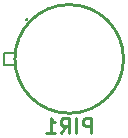
<source format=gbr>
G04 #@! TF.FileFunction,Legend,Bot*
%FSLAX46Y46*%
G04 Gerber Fmt 4.6, Leading zero omitted, Abs format (unit mm)*
G04 Created by KiCad (PCBNEW 4.0.7) date 06/03/18 17:49:00*
%MOMM*%
%LPD*%
G01*
G04 APERTURE LIST*
%ADD10C,0.100000*%
%ADD11C,0.200000*%
%ADD12C,0.254000*%
G04 APERTURE END LIST*
D10*
D11*
X153959000Y-100500000D02*
X153123000Y-100500000D01*
X153123000Y-100500000D02*
X153123000Y-99500000D01*
X153123000Y-99500000D02*
X153974000Y-99500000D01*
D12*
X163223000Y-100000000D02*
G75*
G03X163223000Y-100000000I-4600000J0D01*
G01*
X155027000Y-96653000D02*
G75*
G03X155027000Y-96653000I-59000J0D01*
G01*
X160497762Y-106289524D02*
X160497762Y-105019524D01*
X160013953Y-105019524D01*
X159893000Y-105080000D01*
X159832524Y-105140476D01*
X159772048Y-105261429D01*
X159772048Y-105442857D01*
X159832524Y-105563810D01*
X159893000Y-105624286D01*
X160013953Y-105684762D01*
X160497762Y-105684762D01*
X159227762Y-106289524D02*
X159227762Y-105019524D01*
X157897286Y-106289524D02*
X158320619Y-105684762D01*
X158623000Y-106289524D02*
X158623000Y-105019524D01*
X158139191Y-105019524D01*
X158018238Y-105080000D01*
X157957762Y-105140476D01*
X157897286Y-105261429D01*
X157897286Y-105442857D01*
X157957762Y-105563810D01*
X158018238Y-105624286D01*
X158139191Y-105684762D01*
X158623000Y-105684762D01*
X156687762Y-106289524D02*
X157413476Y-106289524D01*
X157050619Y-106289524D02*
X157050619Y-105019524D01*
X157171571Y-105200952D01*
X157292524Y-105321905D01*
X157413476Y-105382381D01*
M02*

</source>
